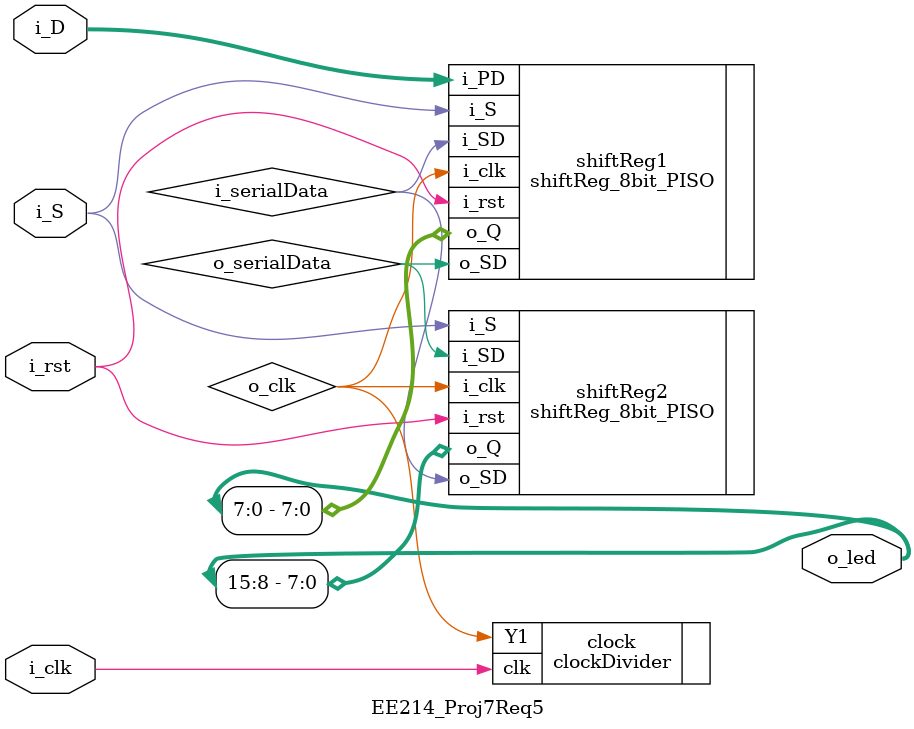
<source format=v>
`timescale 1ns / 1ps

module EE214_Proj7Req5(
    input [7:0] i_D, // sw[7:0]
    input i_clk, i_rst, i_S, // i_rst = btn[1], i_S = btn[0]
    output [15:0] o_led
);

wire i_serialData, o_serialData, o_clock;

// Instantiating the 8-PISO shifters
shiftReg_8bit_PISO shiftReg1 (
    .i_SD(i_serialData),
    .i_S(i_S),
    .i_clk(o_clk),
    .i_rst(i_rst),
    .i_PD(i_D[7:0]),
    .o_SD(o_serialData), // output of 1 goes to Serial in of 2
    .o_Q(o_led[7:0])
    
);

shiftReg_8bit_PISO shiftReg2 (
    .i_SD(o_serialData),
    .i_S(i_S),
    .i_clk(o_clk),
    .i_rst(i_rst),
    .o_SD(i_serialData), // output of 2 goes to serial in of 1\
    .o_Q(o_led[15:8])    
);

clockDivider clock(
    .clk(i_clk),
    .Y1(o_clk)
);


endmodule
</source>
